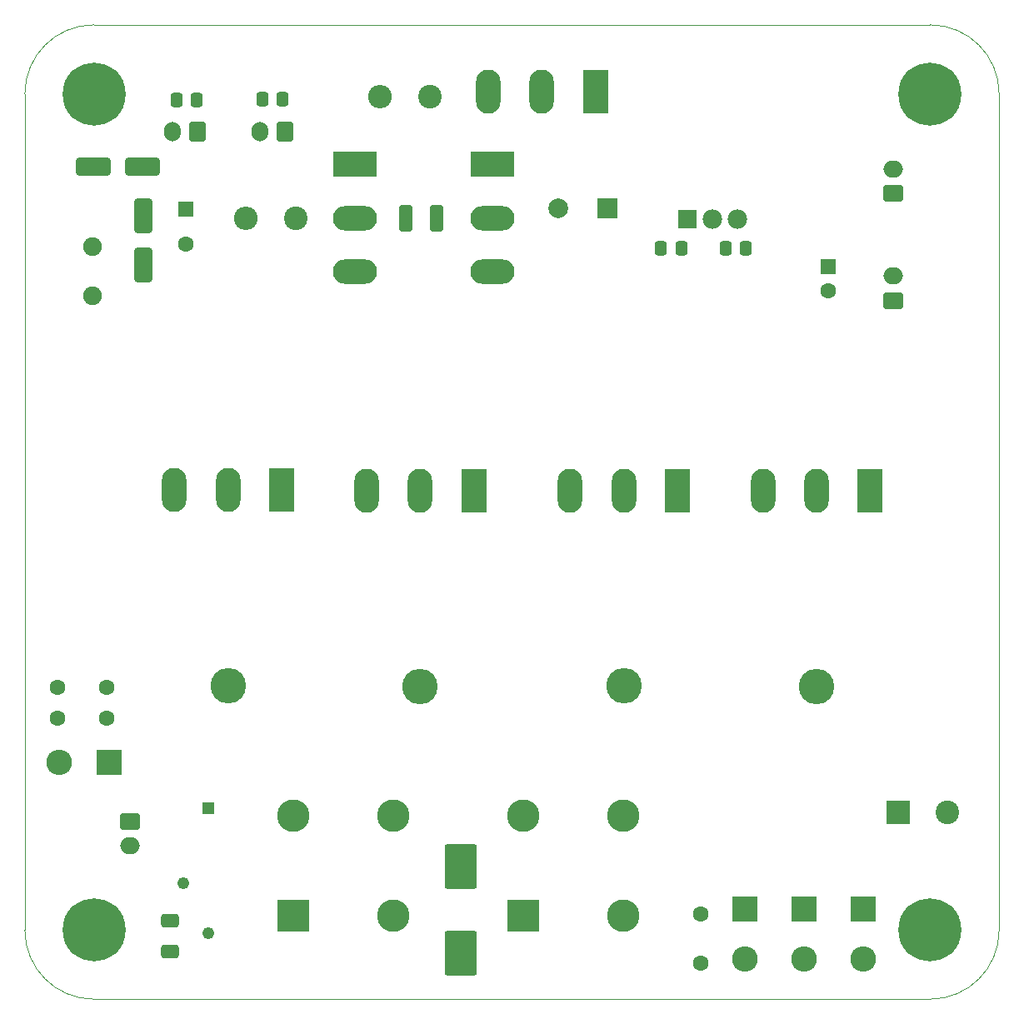
<source format=gbs>
G04 #@! TF.GenerationSoftware,KiCad,Pcbnew,7.0.7+dfsg-1*
G04 #@! TF.CreationDate,2024-09-28T12:23:03+02:00*
G04 #@! TF.ProjectId,evo-cube-pulseboard,65766f2d-6375-4626-952d-70756c736562,rev?*
G04 #@! TF.SameCoordinates,Original*
G04 #@! TF.FileFunction,Soldermask,Bot*
G04 #@! TF.FilePolarity,Negative*
%FSLAX46Y46*%
G04 Gerber Fmt 4.6, Leading zero omitted, Abs format (unit mm)*
G04 Created by KiCad (PCBNEW 7.0.7+dfsg-1) date 2024-09-28 12:23:03*
%MOMM*%
%LPD*%
G01*
G04 APERTURE LIST*
G04 Aperture macros list*
%AMRoundRect*
0 Rectangle with rounded corners*
0 $1 Rounding radius*
0 $2 $3 $4 $5 $6 $7 $8 $9 X,Y pos of 4 corners*
0 Add a 4 corners polygon primitive as box body*
4,1,4,$2,$3,$4,$5,$6,$7,$8,$9,$2,$3,0*
0 Add four circle primitives for the rounded corners*
1,1,$1+$1,$2,$3*
1,1,$1+$1,$4,$5*
1,1,$1+$1,$6,$7*
1,1,$1+$1,$8,$9*
0 Add four rect primitives between the rounded corners*
20,1,$1+$1,$2,$3,$4,$5,0*
20,1,$1+$1,$4,$5,$6,$7,0*
20,1,$1+$1,$6,$7,$8,$9,0*
20,1,$1+$1,$8,$9,$2,$3,0*%
G04 Aperture macros list end*
%ADD10C,1.600000*%
%ADD11RoundRect,0.250000X0.600000X0.750000X-0.600000X0.750000X-0.600000X-0.750000X0.600000X-0.750000X0*%
%ADD12O,1.700000X2.000000*%
%ADD13C,0.800000*%
%ADD14C,6.400000*%
%ADD15C,1.905000*%
%ADD16C,2.400000*%
%ADD17O,2.400000X2.400000*%
%ADD18R,3.300000X3.300000*%
%ADD19C,3.300000*%
%ADD20R,1.600000X1.600000*%
%ADD21R,2.000000X2.000000*%
%ADD22C,2.000000*%
%ADD23R,2.600000X2.600000*%
%ADD24O,2.600000X2.600000*%
%ADD25R,1.980000X1.980000*%
%ADD26C,1.980000*%
%ADD27RoundRect,0.250000X-0.750000X0.600000X-0.750000X-0.600000X0.750000X-0.600000X0.750000X0.600000X0*%
%ADD28O,2.000000X1.700000*%
%ADD29RoundRect,0.250000X0.750000X-0.600000X0.750000X0.600000X-0.750000X0.600000X-0.750000X-0.600000X0*%
%ADD30R,2.400000X2.400000*%
%ADD31R,4.500000X2.500000*%
%ADD32O,4.500000X2.500000*%
%ADD33R,1.217000X1.217000*%
%ADD34C,1.217000*%
%ADD35RoundRect,0.250000X1.400000X2.000000X-1.400000X2.000000X-1.400000X-2.000000X1.400000X-2.000000X0*%
%ADD36RoundRect,0.250000X0.337500X0.475000X-0.337500X0.475000X-0.337500X-0.475000X0.337500X-0.475000X0*%
%ADD37O,3.600000X3.600000*%
%ADD38R,2.500000X4.500000*%
%ADD39O,2.500000X4.500000*%
%ADD40RoundRect,0.250000X-0.412500X-1.100000X0.412500X-1.100000X0.412500X1.100000X-0.412500X1.100000X0*%
%ADD41RoundRect,0.250000X-0.650000X0.412500X-0.650000X-0.412500X0.650000X-0.412500X0.650000X0.412500X0*%
%ADD42RoundRect,0.250000X-0.650000X1.500000X-0.650000X-1.500000X0.650000X-1.500000X0.650000X1.500000X0*%
%ADD43RoundRect,0.250000X1.500000X0.650000X-1.500000X0.650000X-1.500000X-0.650000X1.500000X-0.650000X0*%
%ADD44RoundRect,0.250000X-0.337500X-0.475000X0.337500X-0.475000X0.337500X0.475000X-0.337500X0.475000X0*%
G04 #@! TA.AperFunction,Profile*
%ADD45C,0.100000*%
G04 #@! TD*
G04 APERTURE END LIST*
D10*
X91236800Y-115381400D03*
X91236800Y-120381400D03*
D11*
X40132000Y-35814000D03*
D12*
X37632000Y-35814000D03*
D13*
X27200000Y-117000000D03*
X27902944Y-115302944D03*
X27902944Y-118697056D03*
X29600000Y-114600000D03*
D14*
X29600000Y-117000000D03*
D13*
X29600000Y-119400000D03*
X31297056Y-115302944D03*
X31297056Y-118697056D03*
X32000000Y-117000000D03*
X27200000Y-32000000D03*
X27902944Y-30302944D03*
X27902944Y-33697056D03*
X29600000Y-29600000D03*
D14*
X29600000Y-32000000D03*
D13*
X29600000Y-34400000D03*
X31297056Y-30302944D03*
X31297056Y-33697056D03*
X32000000Y-32000000D03*
D15*
X29464000Y-47498000D03*
X29464000Y-52498000D03*
D16*
X63754000Y-32308800D03*
D17*
X58674000Y-32308800D03*
D18*
X73279000Y-115547766D03*
D19*
X73279000Y-105387766D03*
X83439000Y-115547766D03*
X83439000Y-105387766D03*
D20*
X38912800Y-43738800D03*
D10*
X38912800Y-47238800D03*
D21*
X81768077Y-43637200D03*
D22*
X76768077Y-43637200D03*
D10*
X30882600Y-95478600D03*
X25882600Y-95478600D03*
D23*
X101803200Y-114808000D03*
D24*
X101803200Y-119888000D03*
D23*
X31140400Y-99974400D03*
D24*
X26060400Y-99974400D03*
D25*
X89916000Y-44704000D03*
D26*
X92466000Y-44704000D03*
X95016000Y-44704000D03*
D18*
X49913288Y-115483766D03*
D19*
X49913288Y-105323766D03*
X60073288Y-115483766D03*
X60073288Y-105323766D03*
D27*
X33274000Y-105918000D03*
D28*
X33274000Y-108418000D03*
D16*
X50114200Y-44643800D03*
D17*
X45034200Y-44643800D03*
D11*
X49002000Y-35814000D03*
D12*
X46502000Y-35814000D03*
D23*
X95732600Y-114808000D03*
D24*
X95732600Y-119888000D03*
D29*
X110850000Y-42144000D03*
D28*
X110850000Y-39644000D03*
D13*
X112200000Y-32000000D03*
X112902944Y-30302944D03*
X112902944Y-33697056D03*
X114600000Y-29600000D03*
D14*
X114600000Y-32000000D03*
D13*
X114600000Y-34400000D03*
X116297056Y-30302944D03*
X116297056Y-33697056D03*
X117000000Y-32000000D03*
D20*
X104267000Y-49530000D03*
D10*
X104267000Y-52030000D03*
D30*
X111341872Y-105029000D03*
D16*
X116341872Y-105029000D03*
D31*
X70104000Y-39188800D03*
D32*
X70104000Y-44638800D03*
X70104000Y-50088800D03*
D31*
X56134000Y-39188800D03*
D32*
X56134000Y-44638800D03*
X56134000Y-50088800D03*
D10*
X30897200Y-92303600D03*
X25897200Y-92303600D03*
D33*
X41198800Y-104622600D03*
D34*
X38658800Y-112242600D03*
X41198800Y-117322600D03*
D13*
X112200000Y-117000000D03*
X112902944Y-115302944D03*
X112902944Y-118697056D03*
X114600000Y-114600000D03*
D14*
X114600000Y-117000000D03*
D13*
X114600000Y-119400000D03*
X116297056Y-115302944D03*
X116297056Y-118697056D03*
X117000000Y-117000000D03*
D23*
X107823000Y-114808000D03*
D24*
X107823000Y-119888000D03*
D29*
X110850000Y-53020600D03*
D28*
X110850000Y-50520600D03*
D35*
X66878200Y-110540800D03*
X66878200Y-119340800D03*
D36*
X95885000Y-47744000D03*
X93810000Y-47744000D03*
D37*
X43235950Y-92129200D03*
D38*
X48685950Y-72269200D03*
D39*
X43235950Y-72269200D03*
X37785950Y-72269200D03*
D40*
X61290200Y-44653200D03*
X64415200Y-44653200D03*
D41*
X37363400Y-116027200D03*
X37363400Y-119152200D03*
D42*
X34594800Y-44424600D03*
X34594800Y-49424600D03*
D38*
X80588200Y-31782200D03*
D39*
X75138200Y-31782200D03*
X69688200Y-31782200D03*
D37*
X103041950Y-92230800D03*
D38*
X108491950Y-72370800D03*
D39*
X103041950Y-72370800D03*
X97591950Y-72370800D03*
D37*
X62779550Y-92230800D03*
D38*
X68229550Y-72370800D03*
D39*
X62779550Y-72370800D03*
X57329550Y-72370800D03*
D36*
X40055800Y-32613600D03*
X37980800Y-32613600D03*
D43*
X34554800Y-39395400D03*
X29554800Y-39395400D03*
D44*
X46714500Y-32562800D03*
X48789500Y-32562800D03*
D36*
X89327900Y-47744000D03*
X87252900Y-47744000D03*
D37*
X83455150Y-92180000D03*
D38*
X88905150Y-72320000D03*
D39*
X83455150Y-72320000D03*
X78005150Y-72320000D03*
D45*
X121600000Y-67056000D02*
X121600000Y-117000000D01*
X22600000Y-117000000D02*
X22600000Y-32000000D01*
X29600000Y-25000000D02*
G75*
G03*
X22600000Y-32000000I0J-7000000D01*
G01*
X114600000Y-124000000D02*
G75*
G03*
X121600000Y-117000000I0J7000000D01*
G01*
X29600000Y-25000000D02*
X114600000Y-25000000D01*
X121600000Y-32000000D02*
X121600000Y-67056000D01*
X121600000Y-32000000D02*
G75*
G03*
X114600000Y-25000000I-7000000J0D01*
G01*
X22600000Y-117000000D02*
G75*
G03*
X29600000Y-124000000I7000000J0D01*
G01*
X114600000Y-124000000D02*
X29600000Y-124000000D01*
M02*

</source>
